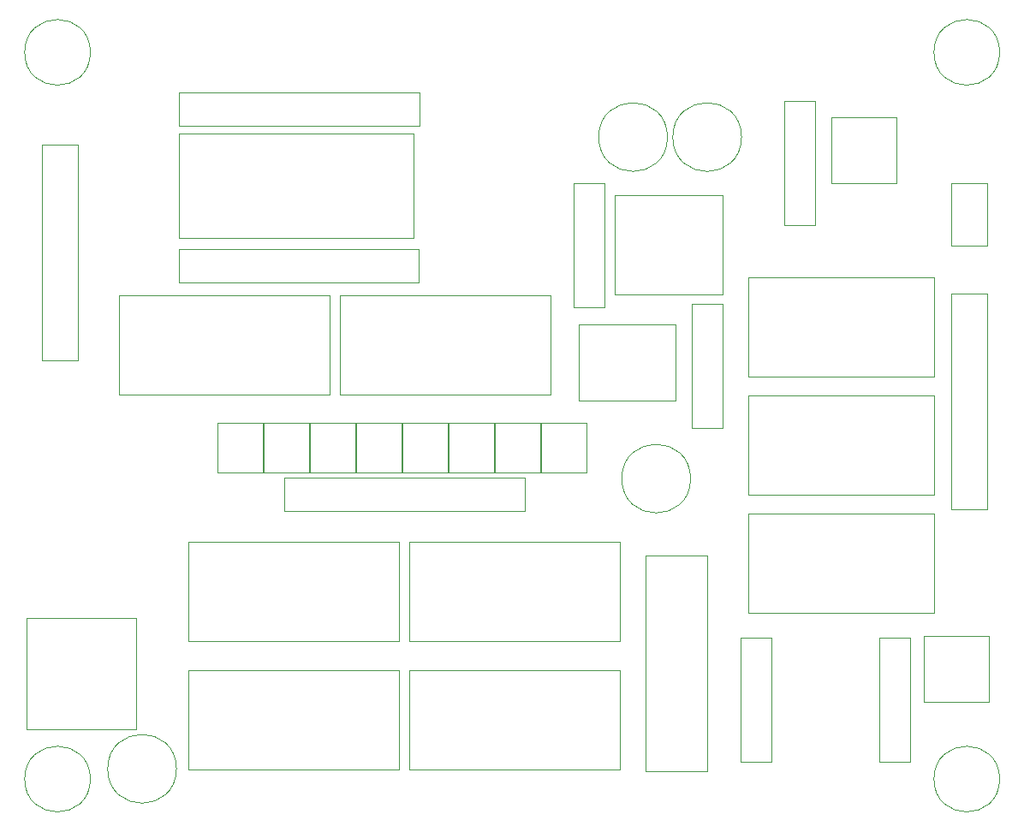
<source format=gbr>
%TF.GenerationSoftware,KiCad,Pcbnew,(5.1.9-0-10_14)*%
%TF.CreationDate,2021-05-17T13:32:26-04:00*%
%TF.ProjectId,CLOCK,434c4f43-4b2e-46b6-9963-61645f706362,rev?*%
%TF.SameCoordinates,Original*%
%TF.FileFunction,Other,User*%
%FSLAX46Y46*%
G04 Gerber Fmt 4.6, Leading zero omitted, Abs format (unit mm)*
G04 Created by KiCad (PCBNEW (5.1.9-0-10_14)) date 2021-05-17 13:32:26*
%MOMM*%
%LPD*%
G01*
G04 APERTURE LIST*
%ADD10C,0.050000*%
G04 APERTURE END LIST*
D10*
%TO.C,REF\u002A\u002A*%
X70052000Y-99060000D02*
G75*
G03*
X70052000Y-99060000I-3250000J0D01*
G01*
X70052000Y-27178000D02*
G75*
G03*
X70052000Y-27178000I-3250000J0D01*
G01*
X159968000Y-27178000D02*
G75*
G03*
X159968000Y-27178000I-3250000J0D01*
G01*
X159968000Y-99060000D02*
G75*
G03*
X159968000Y-99060000I-3250000J0D01*
G01*
%TO.C,C4*%
X78564000Y-98044000D02*
G75*
G03*
X78564000Y-98044000I-3400000J0D01*
G01*
%TO.C,C3*%
X129404000Y-69342000D02*
G75*
G03*
X129404000Y-69342000I-3400000J0D01*
G01*
%TO.C,U11*%
X94716000Y-61044000D02*
X115566000Y-61044000D01*
X115566000Y-61044000D02*
X115566000Y-51244000D01*
X115566000Y-51244000D02*
X94716000Y-51244000D01*
X94716000Y-51244000D02*
X94716000Y-61044000D01*
%TO.C,U10*%
X135102000Y-82634000D02*
X153452000Y-82634000D01*
X153452000Y-82634000D02*
X153452000Y-72834000D01*
X153452000Y-72834000D02*
X135102000Y-72834000D01*
X135102000Y-72834000D02*
X135102000Y-82634000D01*
%TO.C,U9*%
X135102000Y-59266000D02*
X153452000Y-59266000D01*
X153452000Y-59266000D02*
X153452000Y-49466000D01*
X153452000Y-49466000D02*
X135102000Y-49466000D01*
X135102000Y-49466000D02*
X135102000Y-59266000D01*
%TO.C,U8*%
X135102000Y-70950000D02*
X153452000Y-70950000D01*
X153452000Y-70950000D02*
X153452000Y-61150000D01*
X153452000Y-61150000D02*
X135102000Y-61150000D01*
X135102000Y-61150000D02*
X135102000Y-70950000D01*
%TO.C,U7*%
X121894000Y-51138000D02*
X132594000Y-51138000D01*
X132594000Y-51138000D02*
X132594000Y-41338000D01*
X132594000Y-41338000D02*
X121894000Y-41338000D01*
X121894000Y-41338000D02*
X121894000Y-51138000D01*
%TO.C,U6*%
X79730000Y-98128000D02*
X100580000Y-98128000D01*
X100580000Y-98128000D02*
X100580000Y-88328000D01*
X100580000Y-88328000D02*
X79730000Y-88328000D01*
X79730000Y-88328000D02*
X79730000Y-98128000D01*
%TO.C,U5*%
X101574000Y-98128000D02*
X122424000Y-98128000D01*
X122424000Y-98128000D02*
X122424000Y-88328000D01*
X122424000Y-88328000D02*
X101574000Y-88328000D01*
X101574000Y-88328000D02*
X101574000Y-98128000D01*
%TO.C,U4*%
X101574000Y-85428000D02*
X122424000Y-85428000D01*
X122424000Y-85428000D02*
X122424000Y-75628000D01*
X122424000Y-75628000D02*
X101574000Y-75628000D01*
X101574000Y-75628000D02*
X101574000Y-85428000D01*
%TO.C,U3*%
X72872000Y-61044000D02*
X93722000Y-61044000D01*
X93722000Y-61044000D02*
X93722000Y-51244000D01*
X93722000Y-51244000D02*
X72872000Y-51244000D01*
X72872000Y-51244000D02*
X72872000Y-61044000D01*
%TO.C,U2*%
X79730000Y-85428000D02*
X100580000Y-85428000D01*
X100580000Y-85428000D02*
X100580000Y-75628000D01*
X100580000Y-75628000D02*
X79730000Y-75628000D01*
X79730000Y-75628000D02*
X79730000Y-85428000D01*
%TO.C,SW13*%
X78834000Y-45546000D02*
X102034000Y-45546000D01*
X102034000Y-45546000D02*
X102034000Y-35246000D01*
X102034000Y-35246000D02*
X78834000Y-35246000D01*
X78834000Y-35246000D02*
X78834000Y-45546000D01*
%TO.C,SW1*%
X127638000Y-61626000D02*
X127888000Y-61626000D01*
X127888000Y-61626000D02*
X127888000Y-61376000D01*
X127638000Y-54126000D02*
X127888000Y-54126000D01*
X127888000Y-54126000D02*
X127888000Y-54376000D01*
X118388000Y-54376000D02*
X118388000Y-54126000D01*
X118388000Y-54126000D02*
X118638000Y-54126000D01*
X118388000Y-61376000D02*
X118388000Y-61626000D01*
X118388000Y-61626000D02*
X118638000Y-61626000D01*
X118638000Y-54126000D02*
X127638000Y-54126000D01*
X118388000Y-61376000D02*
X118388000Y-54376000D01*
X127638000Y-61626000D02*
X118638000Y-61626000D01*
X127888000Y-54376000D02*
X127888000Y-61376000D01*
%TO.C,RN3*%
X89232000Y-69216000D02*
X89232000Y-72516000D01*
X89232000Y-72516000D02*
X112982000Y-72516000D01*
X112982000Y-72516000D02*
X112982000Y-69216000D01*
X112982000Y-69216000D02*
X89232000Y-69216000D01*
%TO.C,RN2*%
X102538000Y-49910000D02*
X102538000Y-46610000D01*
X102538000Y-46610000D02*
X78788000Y-46610000D01*
X78788000Y-46610000D02*
X78788000Y-49910000D01*
X78788000Y-49910000D02*
X102538000Y-49910000D01*
%TO.C,RN1*%
X78818000Y-31116000D02*
X78818000Y-34416000D01*
X78818000Y-34416000D02*
X102568000Y-34416000D01*
X102568000Y-34416000D02*
X102568000Y-31116000D01*
X102568000Y-31116000D02*
X78818000Y-31116000D01*
%TO.C,R5*%
X141708000Y-31970000D02*
X138708000Y-31970000D01*
X138708000Y-31970000D02*
X138708000Y-44230000D01*
X138708000Y-44230000D02*
X141708000Y-44230000D01*
X141708000Y-44230000D02*
X141708000Y-31970000D01*
%TO.C,R4*%
X148106000Y-97316000D02*
X151106000Y-97316000D01*
X151106000Y-97316000D02*
X151106000Y-85056000D01*
X151106000Y-85056000D02*
X148106000Y-85056000D01*
X148106000Y-85056000D02*
X148106000Y-97316000D01*
%TO.C,R3*%
X134390000Y-97316000D02*
X137390000Y-97316000D01*
X137390000Y-97316000D02*
X137390000Y-85056000D01*
X137390000Y-85056000D02*
X134390000Y-85056000D01*
X134390000Y-85056000D02*
X134390000Y-97316000D01*
%TO.C,R2*%
X120880000Y-40098000D02*
X117880000Y-40098000D01*
X117880000Y-40098000D02*
X117880000Y-52358000D01*
X117880000Y-52358000D02*
X120880000Y-52358000D01*
X120880000Y-52358000D02*
X120880000Y-40098000D01*
%TO.C,R1*%
X132564000Y-52036000D02*
X129564000Y-52036000D01*
X129564000Y-52036000D02*
X129564000Y-64296000D01*
X129564000Y-64296000D02*
X132564000Y-64296000D01*
X132564000Y-64296000D02*
X132564000Y-52036000D01*
%TO.C,J34*%
X131086000Y-98320000D02*
X131086000Y-76970000D01*
X131086000Y-76970000D02*
X124936000Y-76970000D01*
X124936000Y-76970000D02*
X124936000Y-98320000D01*
X124936000Y-98320000D02*
X131086000Y-98320000D01*
%TO.C,J5*%
X155172000Y-51032000D02*
X155172000Y-72382000D01*
X155172000Y-72382000D02*
X158772000Y-72382000D01*
X158772000Y-72382000D02*
X158772000Y-51032000D01*
X158772000Y-51032000D02*
X155172000Y-51032000D01*
%TO.C,J3*%
X155172000Y-40110000D02*
X155172000Y-46260000D01*
X155172000Y-46260000D02*
X158772000Y-46260000D01*
X158772000Y-46260000D02*
X158772000Y-40110000D01*
X158772000Y-40110000D02*
X155172000Y-40110000D01*
%TO.C,J2*%
X65256000Y-36300000D02*
X65256000Y-57650000D01*
X65256000Y-57650000D02*
X68856000Y-57650000D01*
X68856000Y-57650000D02*
X68856000Y-36300000D01*
X68856000Y-36300000D02*
X65256000Y-36300000D01*
%TO.C,J1*%
X74544000Y-83106000D02*
X63734000Y-83106000D01*
X63734000Y-83106000D02*
X63734000Y-94106000D01*
X63734000Y-94106000D02*
X74544000Y-94106000D01*
X74544000Y-94106000D02*
X74544000Y-83106000D01*
%TO.C,D55*%
X152482000Y-84888000D02*
X152482000Y-91388000D01*
X152482000Y-91388000D02*
X158932000Y-91388000D01*
X158932000Y-91388000D02*
X158932000Y-84888000D01*
X158932000Y-84888000D02*
X152482000Y-84888000D01*
%TO.C,D54*%
X87158000Y-68714000D02*
X91658000Y-68714000D01*
X91658000Y-68714000D02*
X91658000Y-63864000D01*
X91658000Y-63864000D02*
X87158000Y-63864000D01*
X87158000Y-63864000D02*
X87158000Y-68714000D01*
%TO.C,D8*%
X114590000Y-68714000D02*
X119090000Y-68714000D01*
X119090000Y-68714000D02*
X119090000Y-63864000D01*
X119090000Y-63864000D02*
X114590000Y-63864000D01*
X114590000Y-63864000D02*
X114590000Y-68714000D01*
%TO.C,D7*%
X110018000Y-68714000D02*
X114518000Y-68714000D01*
X114518000Y-68714000D02*
X114518000Y-63864000D01*
X114518000Y-63864000D02*
X110018000Y-63864000D01*
X110018000Y-63864000D02*
X110018000Y-68714000D01*
%TO.C,D6*%
X105446000Y-68714000D02*
X109946000Y-68714000D01*
X109946000Y-68714000D02*
X109946000Y-63864000D01*
X109946000Y-63864000D02*
X105446000Y-63864000D01*
X105446000Y-63864000D02*
X105446000Y-68714000D01*
%TO.C,D5*%
X100874000Y-68714000D02*
X105374000Y-68714000D01*
X105374000Y-68714000D02*
X105374000Y-63864000D01*
X105374000Y-63864000D02*
X100874000Y-63864000D01*
X100874000Y-63864000D02*
X100874000Y-68714000D01*
%TO.C,D4*%
X96302000Y-68714000D02*
X100802000Y-68714000D01*
X100802000Y-68714000D02*
X100802000Y-63864000D01*
X100802000Y-63864000D02*
X96302000Y-63864000D01*
X96302000Y-63864000D02*
X96302000Y-68714000D01*
%TO.C,D3*%
X91730000Y-68714000D02*
X96230000Y-68714000D01*
X96230000Y-68714000D02*
X96230000Y-63864000D01*
X96230000Y-63864000D02*
X91730000Y-63864000D01*
X91730000Y-63864000D02*
X91730000Y-68714000D01*
%TO.C,D2*%
X143338000Y-33580000D02*
X143338000Y-40080000D01*
X143338000Y-40080000D02*
X149788000Y-40080000D01*
X149788000Y-40080000D02*
X149788000Y-33580000D01*
X149788000Y-33580000D02*
X143338000Y-33580000D01*
%TO.C,D1*%
X82586000Y-68714000D02*
X87086000Y-68714000D01*
X87086000Y-68714000D02*
X87086000Y-63864000D01*
X87086000Y-63864000D02*
X82586000Y-63864000D01*
X82586000Y-63864000D02*
X82586000Y-68714000D01*
%TO.C,C2*%
X127118000Y-35560000D02*
G75*
G03*
X127118000Y-35560000I-3400000J0D01*
G01*
%TO.C,C1*%
X134444000Y-35560000D02*
G75*
G03*
X134444000Y-35560000I-3400000J0D01*
G01*
%TD*%
M02*

</source>
